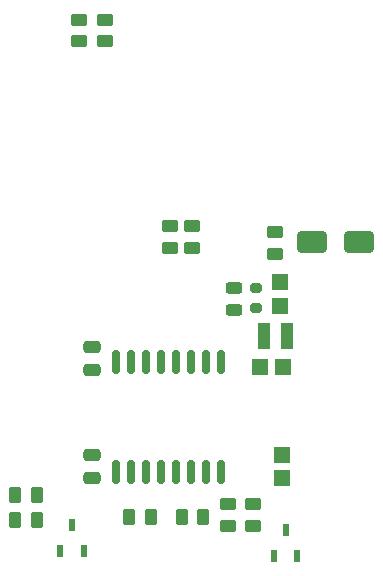
<source format=gbr>
%TF.GenerationSoftware,KiCad,Pcbnew,8.0.8*%
%TF.CreationDate,2025-06-05T09:36:50+02:00*%
%TF.ProjectId,heishamon-lr-pdc,68656973-6861-46d6-9f6e-2d6c722d7064,rev?*%
%TF.SameCoordinates,Original*%
%TF.FileFunction,Paste,Top*%
%TF.FilePolarity,Positive*%
%FSLAX46Y46*%
G04 Gerber Fmt 4.6, Leading zero omitted, Abs format (unit mm)*
G04 Created by KiCad (PCBNEW 8.0.8) date 2025-06-05 09:36:50*
%MOMM*%
%LPD*%
G01*
G04 APERTURE LIST*
G04 Aperture macros list*
%AMRoundRect*
0 Rectangle with rounded corners*
0 $1 Rounding radius*
0 $2 $3 $4 $5 $6 $7 $8 $9 X,Y pos of 4 corners*
0 Add a 4 corners polygon primitive as box body*
4,1,4,$2,$3,$4,$5,$6,$7,$8,$9,$2,$3,0*
0 Add four circle primitives for the rounded corners*
1,1,$1+$1,$2,$3*
1,1,$1+$1,$4,$5*
1,1,$1+$1,$6,$7*
1,1,$1+$1,$8,$9*
0 Add four rect primitives between the rounded corners*
20,1,$1+$1,$2,$3,$4,$5,0*
20,1,$1+$1,$4,$5,$6,$7,0*
20,1,$1+$1,$6,$7,$8,$9,0*
20,1,$1+$1,$8,$9,$2,$3,0*%
G04 Aperture macros list end*
%ADD10R,1.350000X1.410000*%
%ADD11RoundRect,0.150000X0.150000X-0.875000X0.150000X0.875000X-0.150000X0.875000X-0.150000X-0.875000X0*%
%ADD12RoundRect,0.250000X-0.262500X-0.450000X0.262500X-0.450000X0.262500X0.450000X-0.262500X0.450000X0*%
%ADD13R,0.530000X1.040000*%
%ADD14RoundRect,0.200000X0.275000X-0.200000X0.275000X0.200000X-0.275000X0.200000X-0.275000X-0.200000X0*%
%ADD15RoundRect,0.250000X0.262500X0.450000X-0.262500X0.450000X-0.262500X-0.450000X0.262500X-0.450000X0*%
%ADD16R,1.000000X2.200000*%
%ADD17RoundRect,0.250000X-0.450000X0.262500X-0.450000X-0.262500X0.450000X-0.262500X0.450000X0.262500X0*%
%ADD18RoundRect,0.250000X-0.475000X0.250000X-0.475000X-0.250000X0.475000X-0.250000X0.475000X0.250000X0*%
%ADD19RoundRect,0.250000X0.450000X-0.262500X0.450000X0.262500X-0.450000X0.262500X-0.450000X-0.262500X0*%
%ADD20RoundRect,0.250000X0.475000X-0.250000X0.475000X0.250000X-0.475000X0.250000X-0.475000X-0.250000X0*%
%ADD21RoundRect,0.250000X1.000000X0.650000X-1.000000X0.650000X-1.000000X-0.650000X1.000000X-0.650000X0*%
%ADD22R,1.410000X1.350000*%
%ADD23RoundRect,0.243750X0.456250X-0.243750X0.456250X0.243750X-0.456250X0.243750X-0.456250X-0.243750X0*%
G04 APERTURE END LIST*
D10*
%TO.C,C5*%
X50750000Y-62400000D03*
X50750000Y-60400000D03*
%TD*%
%TO.C,C4*%
X50550000Y-47800000D03*
X50550000Y-45800000D03*
%TD*%
D11*
%TO.C,U1*%
X36705000Y-61850000D03*
X37975000Y-61850000D03*
X39245000Y-61850000D03*
X40515000Y-61850000D03*
X41785000Y-61850000D03*
X43055000Y-61850000D03*
X44325000Y-61850000D03*
X45595000Y-61850000D03*
X45595000Y-52550000D03*
X44325000Y-52550000D03*
X43055000Y-52550000D03*
X41785000Y-52550000D03*
X40515000Y-52550000D03*
X39245000Y-52550000D03*
X37975000Y-52550000D03*
X36705000Y-52550000D03*
%TD*%
D12*
%TO.C,R10*%
X37825000Y-65700000D03*
X39650000Y-65700000D03*
%TD*%
%TO.C,R2*%
X28150000Y-63800000D03*
X29975000Y-63800000D03*
%TD*%
%TO.C,R11*%
X42237500Y-65700000D03*
X44062500Y-65700000D03*
%TD*%
D13*
%TO.C,D3*%
X31950000Y-68600000D03*
X33950000Y-68600000D03*
X32950000Y-66400000D03*
%TD*%
D14*
%TO.C,R5*%
X48550000Y-47975000D03*
X48550000Y-46325000D03*
%TD*%
D15*
%TO.C,R1*%
X29975000Y-65925000D03*
X28150000Y-65925000D03*
%TD*%
D16*
%TO.C,L1*%
X51150000Y-50400000D03*
X49250000Y-50400000D03*
%TD*%
D17*
%TO.C,R12*%
X50150000Y-41587500D03*
X50150000Y-43412500D03*
%TD*%
%TO.C,R3*%
X46175000Y-64587500D03*
X46175000Y-66412500D03*
%TD*%
D13*
%TO.C,D4*%
X50050000Y-69000000D03*
X52050000Y-69000000D03*
X51050000Y-66800000D03*
%TD*%
D18*
%TO.C,C1*%
X34650000Y-60450000D03*
X34650000Y-62350000D03*
%TD*%
D19*
%TO.C,R4*%
X48275000Y-66412500D03*
X48275000Y-64587500D03*
%TD*%
%TO.C,R8*%
X41250000Y-42912500D03*
X41250000Y-41087500D03*
%TD*%
%TO.C,R6*%
X35750000Y-25400000D03*
X35750000Y-23575000D03*
%TD*%
D20*
%TO.C,C3*%
X34650000Y-53200000D03*
X34650000Y-51300000D03*
%TD*%
D17*
%TO.C,R9*%
X43150000Y-41087500D03*
X43150000Y-42912500D03*
%TD*%
%TO.C,R7*%
X33550000Y-23587500D03*
X33550000Y-25412500D03*
%TD*%
D21*
%TO.C,D2*%
X57250000Y-42400000D03*
X53250000Y-42400000D03*
%TD*%
D22*
%TO.C,C2*%
X48850000Y-53000000D03*
X50850000Y-53000000D03*
%TD*%
D23*
%TO.C,D1*%
X46650000Y-48137500D03*
X46650000Y-46262500D03*
%TD*%
M02*

</source>
